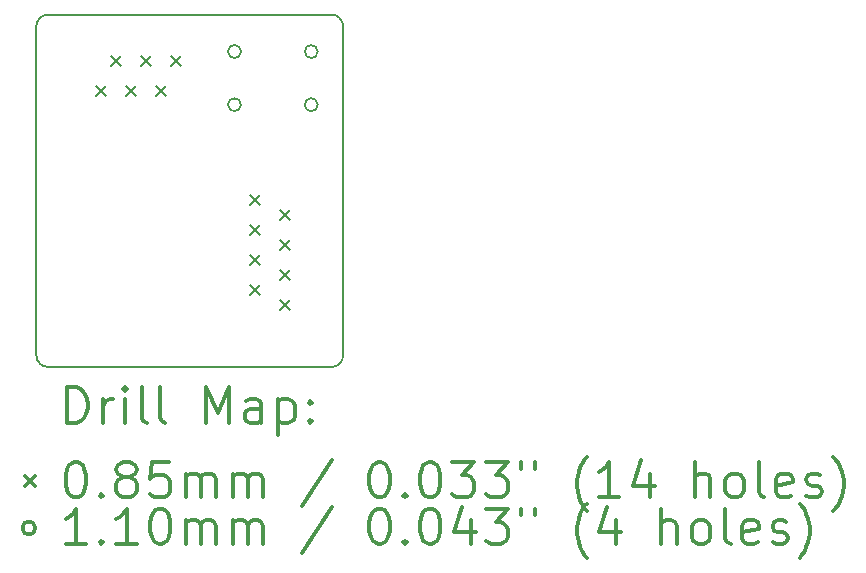
<source format=gbr>
%FSLAX45Y45*%
G04 Gerber Fmt 4.5, Leading zero omitted, Abs format (unit mm)*
G04 Created by KiCad (PCBNEW 4.0.7) date 07/17/18 16:46:31*
%MOMM*%
%LPD*%
G01*
G04 APERTURE LIST*
%ADD10C,0.127000*%
%ADD11C,0.150000*%
%ADD12C,0.200000*%
%ADD13C,0.300000*%
G04 APERTURE END LIST*
D10*
D11*
X14188440Y-11905310D02*
G75*
G03X14288440Y-12005310I100000J0D01*
G01*
X14288440Y-9022080D02*
G75*
G03X14188440Y-9122080I0J-100000D01*
G01*
X16686860Y-12005310D02*
G75*
G03X16786860Y-11905310I0J100000D01*
G01*
X16786860Y-9122080D02*
G75*
G03X16686860Y-9022080I-100000J0D01*
G01*
X14188440Y-11905310D02*
X14188440Y-9122080D01*
X16686860Y-12005310D02*
X14288440Y-12005310D01*
X16786860Y-9122080D02*
X16786860Y-11905310D01*
X14288440Y-9022080D02*
X16686860Y-9022080D01*
D12*
X14695010Y-9622870D02*
X14780010Y-9707870D01*
X14780010Y-9622870D02*
X14695010Y-9707870D01*
X14822010Y-9368870D02*
X14907010Y-9453870D01*
X14907010Y-9368870D02*
X14822010Y-9453870D01*
X14949010Y-9622870D02*
X15034010Y-9707870D01*
X15034010Y-9622870D02*
X14949010Y-9707870D01*
X15076010Y-9368870D02*
X15161010Y-9453870D01*
X15161010Y-9368870D02*
X15076010Y-9453870D01*
X15203010Y-9622870D02*
X15288010Y-9707870D01*
X15288010Y-9622870D02*
X15203010Y-9707870D01*
X15330010Y-9368870D02*
X15415010Y-9453870D01*
X15415010Y-9368870D02*
X15330010Y-9453870D01*
X15998200Y-10549730D02*
X16083200Y-10634730D01*
X16083200Y-10549730D02*
X15998200Y-10634730D01*
X15998200Y-10803730D02*
X16083200Y-10888730D01*
X16083200Y-10803730D02*
X15998200Y-10888730D01*
X15998200Y-11057730D02*
X16083200Y-11142730D01*
X16083200Y-11057730D02*
X15998200Y-11142730D01*
X15998200Y-11311730D02*
X16083200Y-11396730D01*
X16083200Y-11311730D02*
X15998200Y-11396730D01*
X16252200Y-10676730D02*
X16337200Y-10761730D01*
X16337200Y-10676730D02*
X16252200Y-10761730D01*
X16252200Y-10930730D02*
X16337200Y-11015730D01*
X16337200Y-10930730D02*
X16252200Y-11015730D01*
X16252200Y-11184730D02*
X16337200Y-11269730D01*
X16337200Y-11184730D02*
X16252200Y-11269730D01*
X16252200Y-11438730D02*
X16337200Y-11523730D01*
X16337200Y-11438730D02*
X16252200Y-11523730D01*
X15921350Y-9334500D02*
G75*
G03X15921350Y-9334500I-55000J0D01*
G01*
X15921350Y-9784500D02*
G75*
G03X15921350Y-9784500I-55000J0D01*
G01*
X16571350Y-9334500D02*
G75*
G03X16571350Y-9334500I-55000J0D01*
G01*
X16571350Y-9784500D02*
G75*
G03X16571350Y-9784500I-55000J0D01*
G01*
D13*
X14452368Y-12478524D02*
X14452368Y-12178524D01*
X14523797Y-12178524D01*
X14566654Y-12192810D01*
X14595226Y-12221381D01*
X14609511Y-12249953D01*
X14623797Y-12307096D01*
X14623797Y-12349953D01*
X14609511Y-12407096D01*
X14595226Y-12435667D01*
X14566654Y-12464239D01*
X14523797Y-12478524D01*
X14452368Y-12478524D01*
X14752368Y-12478524D02*
X14752368Y-12278524D01*
X14752368Y-12335667D02*
X14766654Y-12307096D01*
X14780940Y-12292810D01*
X14809511Y-12278524D01*
X14838083Y-12278524D01*
X14938083Y-12478524D02*
X14938083Y-12278524D01*
X14938083Y-12178524D02*
X14923797Y-12192810D01*
X14938083Y-12207096D01*
X14952368Y-12192810D01*
X14938083Y-12178524D01*
X14938083Y-12207096D01*
X15123797Y-12478524D02*
X15095226Y-12464239D01*
X15080940Y-12435667D01*
X15080940Y-12178524D01*
X15280940Y-12478524D02*
X15252368Y-12464239D01*
X15238083Y-12435667D01*
X15238083Y-12178524D01*
X15623797Y-12478524D02*
X15623797Y-12178524D01*
X15723797Y-12392810D01*
X15823797Y-12178524D01*
X15823797Y-12478524D01*
X16095226Y-12478524D02*
X16095226Y-12321381D01*
X16080940Y-12292810D01*
X16052368Y-12278524D01*
X15995226Y-12278524D01*
X15966654Y-12292810D01*
X16095226Y-12464239D02*
X16066654Y-12478524D01*
X15995226Y-12478524D01*
X15966654Y-12464239D01*
X15952368Y-12435667D01*
X15952368Y-12407096D01*
X15966654Y-12378524D01*
X15995226Y-12364239D01*
X16066654Y-12364239D01*
X16095226Y-12349953D01*
X16238083Y-12278524D02*
X16238083Y-12578524D01*
X16238083Y-12292810D02*
X16266654Y-12278524D01*
X16323797Y-12278524D01*
X16352368Y-12292810D01*
X16366654Y-12307096D01*
X16380940Y-12335667D01*
X16380940Y-12421381D01*
X16366654Y-12449953D01*
X16352368Y-12464239D01*
X16323797Y-12478524D01*
X16266654Y-12478524D01*
X16238083Y-12464239D01*
X16509511Y-12449953D02*
X16523797Y-12464239D01*
X16509511Y-12478524D01*
X16495226Y-12464239D01*
X16509511Y-12449953D01*
X16509511Y-12478524D01*
X16509511Y-12292810D02*
X16523797Y-12307096D01*
X16509511Y-12321381D01*
X16495226Y-12307096D01*
X16509511Y-12292810D01*
X16509511Y-12321381D01*
X14095940Y-12930310D02*
X14180940Y-13015310D01*
X14180940Y-12930310D02*
X14095940Y-13015310D01*
X14509511Y-12808524D02*
X14538083Y-12808524D01*
X14566654Y-12822810D01*
X14580940Y-12837096D01*
X14595226Y-12865667D01*
X14609511Y-12922810D01*
X14609511Y-12994239D01*
X14595226Y-13051381D01*
X14580940Y-13079953D01*
X14566654Y-13094239D01*
X14538083Y-13108524D01*
X14509511Y-13108524D01*
X14480940Y-13094239D01*
X14466654Y-13079953D01*
X14452368Y-13051381D01*
X14438083Y-12994239D01*
X14438083Y-12922810D01*
X14452368Y-12865667D01*
X14466654Y-12837096D01*
X14480940Y-12822810D01*
X14509511Y-12808524D01*
X14738083Y-13079953D02*
X14752368Y-13094239D01*
X14738083Y-13108524D01*
X14723797Y-13094239D01*
X14738083Y-13079953D01*
X14738083Y-13108524D01*
X14923797Y-12937096D02*
X14895226Y-12922810D01*
X14880940Y-12908524D01*
X14866654Y-12879953D01*
X14866654Y-12865667D01*
X14880940Y-12837096D01*
X14895226Y-12822810D01*
X14923797Y-12808524D01*
X14980940Y-12808524D01*
X15009511Y-12822810D01*
X15023797Y-12837096D01*
X15038083Y-12865667D01*
X15038083Y-12879953D01*
X15023797Y-12908524D01*
X15009511Y-12922810D01*
X14980940Y-12937096D01*
X14923797Y-12937096D01*
X14895226Y-12951381D01*
X14880940Y-12965667D01*
X14866654Y-12994239D01*
X14866654Y-13051381D01*
X14880940Y-13079953D01*
X14895226Y-13094239D01*
X14923797Y-13108524D01*
X14980940Y-13108524D01*
X15009511Y-13094239D01*
X15023797Y-13079953D01*
X15038083Y-13051381D01*
X15038083Y-12994239D01*
X15023797Y-12965667D01*
X15009511Y-12951381D01*
X14980940Y-12937096D01*
X15309511Y-12808524D02*
X15166654Y-12808524D01*
X15152368Y-12951381D01*
X15166654Y-12937096D01*
X15195226Y-12922810D01*
X15266654Y-12922810D01*
X15295226Y-12937096D01*
X15309511Y-12951381D01*
X15323797Y-12979953D01*
X15323797Y-13051381D01*
X15309511Y-13079953D01*
X15295226Y-13094239D01*
X15266654Y-13108524D01*
X15195226Y-13108524D01*
X15166654Y-13094239D01*
X15152368Y-13079953D01*
X15452368Y-13108524D02*
X15452368Y-12908524D01*
X15452368Y-12937096D02*
X15466654Y-12922810D01*
X15495226Y-12908524D01*
X15538083Y-12908524D01*
X15566654Y-12922810D01*
X15580940Y-12951381D01*
X15580940Y-13108524D01*
X15580940Y-12951381D02*
X15595226Y-12922810D01*
X15623797Y-12908524D01*
X15666654Y-12908524D01*
X15695226Y-12922810D01*
X15709511Y-12951381D01*
X15709511Y-13108524D01*
X15852368Y-13108524D02*
X15852368Y-12908524D01*
X15852368Y-12937096D02*
X15866654Y-12922810D01*
X15895226Y-12908524D01*
X15938083Y-12908524D01*
X15966654Y-12922810D01*
X15980940Y-12951381D01*
X15980940Y-13108524D01*
X15980940Y-12951381D02*
X15995226Y-12922810D01*
X16023797Y-12908524D01*
X16066654Y-12908524D01*
X16095226Y-12922810D01*
X16109511Y-12951381D01*
X16109511Y-13108524D01*
X16695226Y-12794239D02*
X16438083Y-13179953D01*
X17080940Y-12808524D02*
X17109511Y-12808524D01*
X17138083Y-12822810D01*
X17152368Y-12837096D01*
X17166654Y-12865667D01*
X17180940Y-12922810D01*
X17180940Y-12994239D01*
X17166654Y-13051381D01*
X17152368Y-13079953D01*
X17138083Y-13094239D01*
X17109511Y-13108524D01*
X17080940Y-13108524D01*
X17052368Y-13094239D01*
X17038083Y-13079953D01*
X17023797Y-13051381D01*
X17009511Y-12994239D01*
X17009511Y-12922810D01*
X17023797Y-12865667D01*
X17038083Y-12837096D01*
X17052368Y-12822810D01*
X17080940Y-12808524D01*
X17309511Y-13079953D02*
X17323797Y-13094239D01*
X17309511Y-13108524D01*
X17295226Y-13094239D01*
X17309511Y-13079953D01*
X17309511Y-13108524D01*
X17509511Y-12808524D02*
X17538083Y-12808524D01*
X17566654Y-12822810D01*
X17580940Y-12837096D01*
X17595226Y-12865667D01*
X17609511Y-12922810D01*
X17609511Y-12994239D01*
X17595226Y-13051381D01*
X17580940Y-13079953D01*
X17566654Y-13094239D01*
X17538083Y-13108524D01*
X17509511Y-13108524D01*
X17480940Y-13094239D01*
X17466654Y-13079953D01*
X17452368Y-13051381D01*
X17438083Y-12994239D01*
X17438083Y-12922810D01*
X17452368Y-12865667D01*
X17466654Y-12837096D01*
X17480940Y-12822810D01*
X17509511Y-12808524D01*
X17709511Y-12808524D02*
X17895226Y-12808524D01*
X17795226Y-12922810D01*
X17838083Y-12922810D01*
X17866654Y-12937096D01*
X17880940Y-12951381D01*
X17895226Y-12979953D01*
X17895226Y-13051381D01*
X17880940Y-13079953D01*
X17866654Y-13094239D01*
X17838083Y-13108524D01*
X17752368Y-13108524D01*
X17723797Y-13094239D01*
X17709511Y-13079953D01*
X17995226Y-12808524D02*
X18180940Y-12808524D01*
X18080940Y-12922810D01*
X18123797Y-12922810D01*
X18152368Y-12937096D01*
X18166654Y-12951381D01*
X18180940Y-12979953D01*
X18180940Y-13051381D01*
X18166654Y-13079953D01*
X18152368Y-13094239D01*
X18123797Y-13108524D01*
X18038083Y-13108524D01*
X18009511Y-13094239D01*
X17995226Y-13079953D01*
X18295226Y-12808524D02*
X18295226Y-12865667D01*
X18409511Y-12808524D02*
X18409511Y-12865667D01*
X18852368Y-13222810D02*
X18838083Y-13208524D01*
X18809511Y-13165667D01*
X18795226Y-13137096D01*
X18780940Y-13094239D01*
X18766654Y-13022810D01*
X18766654Y-12965667D01*
X18780940Y-12894239D01*
X18795226Y-12851381D01*
X18809511Y-12822810D01*
X18838083Y-12779953D01*
X18852368Y-12765667D01*
X19123797Y-13108524D02*
X18952368Y-13108524D01*
X19038083Y-13108524D02*
X19038083Y-12808524D01*
X19009511Y-12851381D01*
X18980940Y-12879953D01*
X18952368Y-12894239D01*
X19380940Y-12908524D02*
X19380940Y-13108524D01*
X19309511Y-12794239D02*
X19238083Y-13008524D01*
X19423797Y-13008524D01*
X19766654Y-13108524D02*
X19766654Y-12808524D01*
X19895226Y-13108524D02*
X19895226Y-12951381D01*
X19880940Y-12922810D01*
X19852368Y-12908524D01*
X19809511Y-12908524D01*
X19780940Y-12922810D01*
X19766654Y-12937096D01*
X20080940Y-13108524D02*
X20052368Y-13094239D01*
X20038083Y-13079953D01*
X20023797Y-13051381D01*
X20023797Y-12965667D01*
X20038083Y-12937096D01*
X20052368Y-12922810D01*
X20080940Y-12908524D01*
X20123797Y-12908524D01*
X20152368Y-12922810D01*
X20166654Y-12937096D01*
X20180940Y-12965667D01*
X20180940Y-13051381D01*
X20166654Y-13079953D01*
X20152368Y-13094239D01*
X20123797Y-13108524D01*
X20080940Y-13108524D01*
X20352368Y-13108524D02*
X20323797Y-13094239D01*
X20309511Y-13065667D01*
X20309511Y-12808524D01*
X20580940Y-13094239D02*
X20552369Y-13108524D01*
X20495226Y-13108524D01*
X20466654Y-13094239D01*
X20452369Y-13065667D01*
X20452369Y-12951381D01*
X20466654Y-12922810D01*
X20495226Y-12908524D01*
X20552369Y-12908524D01*
X20580940Y-12922810D01*
X20595226Y-12951381D01*
X20595226Y-12979953D01*
X20452369Y-13008524D01*
X20709511Y-13094239D02*
X20738083Y-13108524D01*
X20795226Y-13108524D01*
X20823797Y-13094239D01*
X20838083Y-13065667D01*
X20838083Y-13051381D01*
X20823797Y-13022810D01*
X20795226Y-13008524D01*
X20752369Y-13008524D01*
X20723797Y-12994239D01*
X20709511Y-12965667D01*
X20709511Y-12951381D01*
X20723797Y-12922810D01*
X20752369Y-12908524D01*
X20795226Y-12908524D01*
X20823797Y-12922810D01*
X20938083Y-13222810D02*
X20952369Y-13208524D01*
X20980940Y-13165667D01*
X20995226Y-13137096D01*
X21009511Y-13094239D01*
X21023797Y-13022810D01*
X21023797Y-12965667D01*
X21009511Y-12894239D01*
X20995226Y-12851381D01*
X20980940Y-12822810D01*
X20952369Y-12779953D01*
X20938083Y-12765667D01*
X14180940Y-13368810D02*
G75*
G03X14180940Y-13368810I-55000J0D01*
G01*
X14609511Y-13504524D02*
X14438083Y-13504524D01*
X14523797Y-13504524D02*
X14523797Y-13204524D01*
X14495226Y-13247381D01*
X14466654Y-13275953D01*
X14438083Y-13290239D01*
X14738083Y-13475953D02*
X14752368Y-13490239D01*
X14738083Y-13504524D01*
X14723797Y-13490239D01*
X14738083Y-13475953D01*
X14738083Y-13504524D01*
X15038083Y-13504524D02*
X14866654Y-13504524D01*
X14952368Y-13504524D02*
X14952368Y-13204524D01*
X14923797Y-13247381D01*
X14895226Y-13275953D01*
X14866654Y-13290239D01*
X15223797Y-13204524D02*
X15252368Y-13204524D01*
X15280940Y-13218810D01*
X15295226Y-13233096D01*
X15309511Y-13261667D01*
X15323797Y-13318810D01*
X15323797Y-13390239D01*
X15309511Y-13447381D01*
X15295226Y-13475953D01*
X15280940Y-13490239D01*
X15252368Y-13504524D01*
X15223797Y-13504524D01*
X15195226Y-13490239D01*
X15180940Y-13475953D01*
X15166654Y-13447381D01*
X15152368Y-13390239D01*
X15152368Y-13318810D01*
X15166654Y-13261667D01*
X15180940Y-13233096D01*
X15195226Y-13218810D01*
X15223797Y-13204524D01*
X15452368Y-13504524D02*
X15452368Y-13304524D01*
X15452368Y-13333096D02*
X15466654Y-13318810D01*
X15495226Y-13304524D01*
X15538083Y-13304524D01*
X15566654Y-13318810D01*
X15580940Y-13347381D01*
X15580940Y-13504524D01*
X15580940Y-13347381D02*
X15595226Y-13318810D01*
X15623797Y-13304524D01*
X15666654Y-13304524D01*
X15695226Y-13318810D01*
X15709511Y-13347381D01*
X15709511Y-13504524D01*
X15852368Y-13504524D02*
X15852368Y-13304524D01*
X15852368Y-13333096D02*
X15866654Y-13318810D01*
X15895226Y-13304524D01*
X15938083Y-13304524D01*
X15966654Y-13318810D01*
X15980940Y-13347381D01*
X15980940Y-13504524D01*
X15980940Y-13347381D02*
X15995226Y-13318810D01*
X16023797Y-13304524D01*
X16066654Y-13304524D01*
X16095226Y-13318810D01*
X16109511Y-13347381D01*
X16109511Y-13504524D01*
X16695226Y-13190239D02*
X16438083Y-13575953D01*
X17080940Y-13204524D02*
X17109511Y-13204524D01*
X17138083Y-13218810D01*
X17152368Y-13233096D01*
X17166654Y-13261667D01*
X17180940Y-13318810D01*
X17180940Y-13390239D01*
X17166654Y-13447381D01*
X17152368Y-13475953D01*
X17138083Y-13490239D01*
X17109511Y-13504524D01*
X17080940Y-13504524D01*
X17052368Y-13490239D01*
X17038083Y-13475953D01*
X17023797Y-13447381D01*
X17009511Y-13390239D01*
X17009511Y-13318810D01*
X17023797Y-13261667D01*
X17038083Y-13233096D01*
X17052368Y-13218810D01*
X17080940Y-13204524D01*
X17309511Y-13475953D02*
X17323797Y-13490239D01*
X17309511Y-13504524D01*
X17295226Y-13490239D01*
X17309511Y-13475953D01*
X17309511Y-13504524D01*
X17509511Y-13204524D02*
X17538083Y-13204524D01*
X17566654Y-13218810D01*
X17580940Y-13233096D01*
X17595226Y-13261667D01*
X17609511Y-13318810D01*
X17609511Y-13390239D01*
X17595226Y-13447381D01*
X17580940Y-13475953D01*
X17566654Y-13490239D01*
X17538083Y-13504524D01*
X17509511Y-13504524D01*
X17480940Y-13490239D01*
X17466654Y-13475953D01*
X17452368Y-13447381D01*
X17438083Y-13390239D01*
X17438083Y-13318810D01*
X17452368Y-13261667D01*
X17466654Y-13233096D01*
X17480940Y-13218810D01*
X17509511Y-13204524D01*
X17866654Y-13304524D02*
X17866654Y-13504524D01*
X17795226Y-13190239D02*
X17723797Y-13404524D01*
X17909511Y-13404524D01*
X17995226Y-13204524D02*
X18180940Y-13204524D01*
X18080940Y-13318810D01*
X18123797Y-13318810D01*
X18152368Y-13333096D01*
X18166654Y-13347381D01*
X18180940Y-13375953D01*
X18180940Y-13447381D01*
X18166654Y-13475953D01*
X18152368Y-13490239D01*
X18123797Y-13504524D01*
X18038083Y-13504524D01*
X18009511Y-13490239D01*
X17995226Y-13475953D01*
X18295226Y-13204524D02*
X18295226Y-13261667D01*
X18409511Y-13204524D02*
X18409511Y-13261667D01*
X18852368Y-13618810D02*
X18838083Y-13604524D01*
X18809511Y-13561667D01*
X18795226Y-13533096D01*
X18780940Y-13490239D01*
X18766654Y-13418810D01*
X18766654Y-13361667D01*
X18780940Y-13290239D01*
X18795226Y-13247381D01*
X18809511Y-13218810D01*
X18838083Y-13175953D01*
X18852368Y-13161667D01*
X19095226Y-13304524D02*
X19095226Y-13504524D01*
X19023797Y-13190239D02*
X18952368Y-13404524D01*
X19138083Y-13404524D01*
X19480940Y-13504524D02*
X19480940Y-13204524D01*
X19609511Y-13504524D02*
X19609511Y-13347381D01*
X19595226Y-13318810D01*
X19566654Y-13304524D01*
X19523797Y-13304524D01*
X19495226Y-13318810D01*
X19480940Y-13333096D01*
X19795226Y-13504524D02*
X19766654Y-13490239D01*
X19752368Y-13475953D01*
X19738083Y-13447381D01*
X19738083Y-13361667D01*
X19752368Y-13333096D01*
X19766654Y-13318810D01*
X19795226Y-13304524D01*
X19838083Y-13304524D01*
X19866654Y-13318810D01*
X19880940Y-13333096D01*
X19895226Y-13361667D01*
X19895226Y-13447381D01*
X19880940Y-13475953D01*
X19866654Y-13490239D01*
X19838083Y-13504524D01*
X19795226Y-13504524D01*
X20066654Y-13504524D02*
X20038083Y-13490239D01*
X20023797Y-13461667D01*
X20023797Y-13204524D01*
X20295226Y-13490239D02*
X20266654Y-13504524D01*
X20209511Y-13504524D01*
X20180940Y-13490239D01*
X20166654Y-13461667D01*
X20166654Y-13347381D01*
X20180940Y-13318810D01*
X20209511Y-13304524D01*
X20266654Y-13304524D01*
X20295226Y-13318810D01*
X20309511Y-13347381D01*
X20309511Y-13375953D01*
X20166654Y-13404524D01*
X20423797Y-13490239D02*
X20452369Y-13504524D01*
X20509511Y-13504524D01*
X20538083Y-13490239D01*
X20552369Y-13461667D01*
X20552369Y-13447381D01*
X20538083Y-13418810D01*
X20509511Y-13404524D01*
X20466654Y-13404524D01*
X20438083Y-13390239D01*
X20423797Y-13361667D01*
X20423797Y-13347381D01*
X20438083Y-13318810D01*
X20466654Y-13304524D01*
X20509511Y-13304524D01*
X20538083Y-13318810D01*
X20652368Y-13618810D02*
X20666654Y-13604524D01*
X20695226Y-13561667D01*
X20709511Y-13533096D01*
X20723797Y-13490239D01*
X20738083Y-13418810D01*
X20738083Y-13361667D01*
X20723797Y-13290239D01*
X20709511Y-13247381D01*
X20695226Y-13218810D01*
X20666654Y-13175953D01*
X20652368Y-13161667D01*
M02*

</source>
